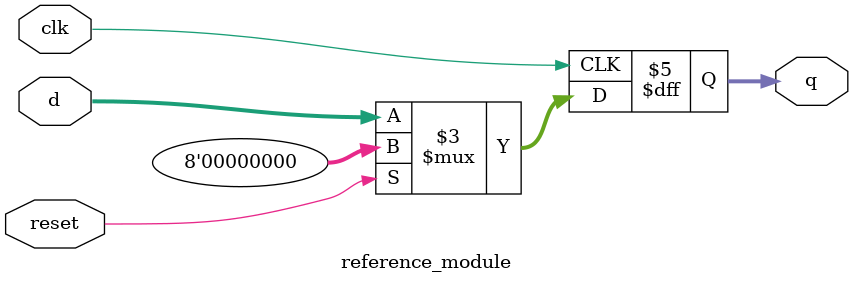
<source format=sv>
module reference_module(
	input clk,
	input [7:0] d,
	input reset,
	output reg [7:0] q);
	
	always @(posedge clk)
		if (reset)
			q <= 0;
		else
			q <= d;
	
endmodule

</source>
